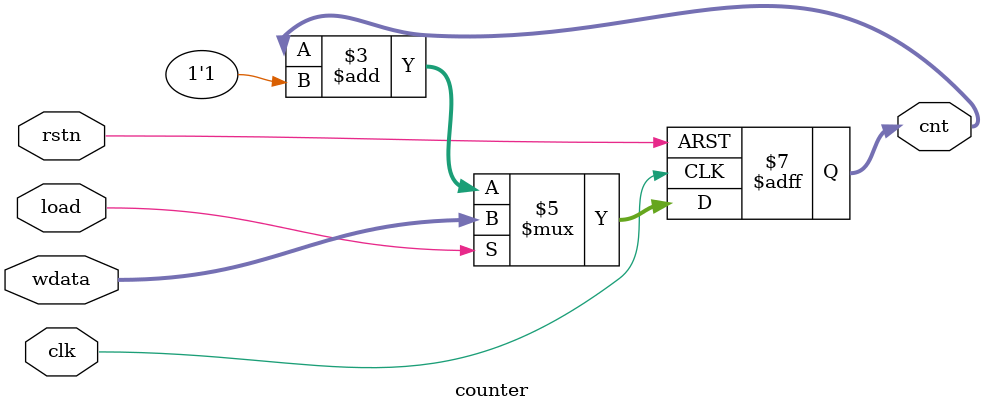
<source format=v>
`timescale 1ns/1ns

module counter  #(parameter width = 5)
(
    input                      clk   ,
    input                      rstn  ,
    input                      load  ,
    input       [width-1:0]    wdata ,
    
    output reg  [width-1:0]    cnt
);

always  @(posedge clk or negedge rstn) begin
    if(!rstn)
        cnt <=  5'd0;
    else if(load)
        cnt <=  wdata;
    else
        cnt <=  cnt + 1'b1;
end

endmodule

</source>
